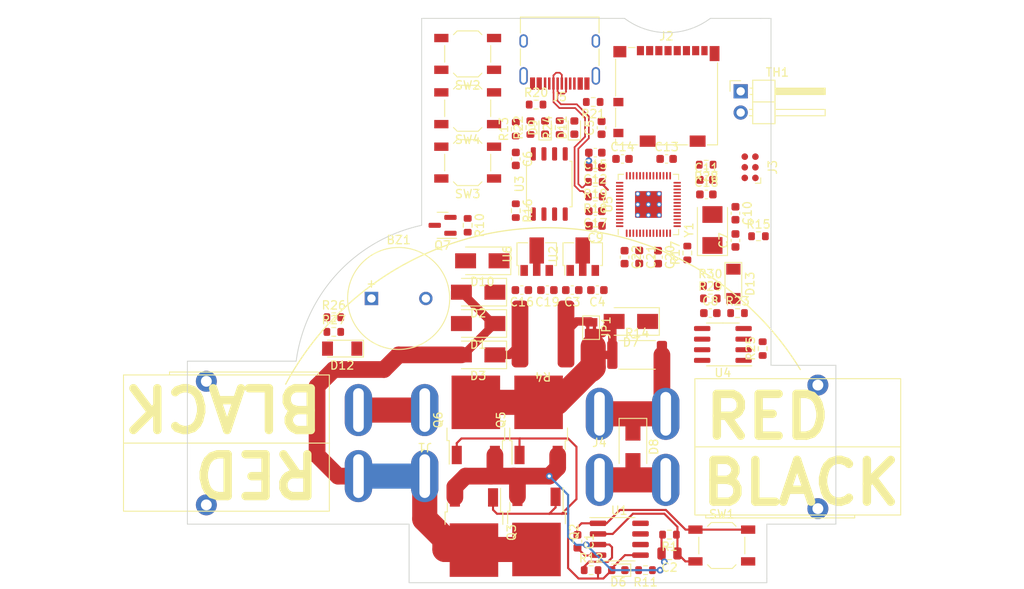
<source format=kicad_pcb>
(kicad_pcb (version 20220131) (generator pcbnew)
  (layers (0 "F.Cu" signal) (31 "B.Cu" signal) (34 "B.Paste" user) (35 "F.Paste" user) (36 "B.SilkS" user "B.Silkscreen") (37 "F.SilkS" user "F.Silkscreen") (38 "B.Mask" user) (39 "F.Mask" user) (44 "Edge.Cuts" user))
  (net 0 "")
  (net 1 "Net-(BZ1-+)")
  (net 2 "/GATE_CTRL")
  (net 3 "Net-(J2-VDD)")
  (net 4 "Net-(C7-Pad1)")
  (net 5 "+1V1")
  (net 6 "Net-(U5-XOUT)")
  (net 7 "/Motorcycle+")
  (net 8 "Net-(D6-K)")
  (net 9 "Net-(D6-A)")
  (net 10 "Net-(D3-K)")
  (net 11 "Net-(JP1-A)")
  (net 12 "GND")
  (net 13 "+3V3")
  (net 14 "+12V")
  (net 15 "Net-(D9-K)")
  (net 16 "Net-(D9-A)")
  (net 17 "Net-(D10-A)")
  (net 18 "Net-(D11-K)")
  (net 19 "Net-(D11-A)")
  (net 20 "/MotorcycleVoltage3v3")
  (net 21 "/BatteryVoltage3v3")
  (net 22 "/DAT2")
  (net 23 "/DAT3")
  (net 24 "/SD_CMD")
  (net 25 "/SD_CLK")
  (net 26 "/DAT0")
  (net 27 "/DAT1")
  (net 30 "Net-(J3-Pin_2)")
  (net 31 "/RST")
  (net 32 "Net-(J3-Pin_4)")
  (net 34 "/Battery+")
  (net 35 "Net-(J5-CC1)")
  (net 36 "/USB_D+")
  (net 37 "/USB_D-")
  (net 39 "Net-(J5-CC2)")
  (net 41 "/BUZZER_CTRL")
  (net 42 "/~{USB_BOOT}")
  (net 43 "Net-(U3-~{CS})")
  (net 44 "Net-(U5-XIN)")
  (net 45 "Net-(U5-USB_DP)")
  (net 46 "Net-(U5-USB_DM)")
  (net 47 "/SCL")
  (net 48 "/SDA")
  (net 49 "Net-(U5-GPIO28_ADC2)")
  (net 50 "Net-(U5-GPIO9)")
  (net 51 "Net-(U5-GPIO8)")
  (net 52 "Net-(U3-DO(IO1))")
  (net 53 "Net-(U3-IO2)")
  (net 54 "Net-(U3-DI(IO0))")
  (net 55 "Net-(U3-CLK)")
  (net 56 "Net-(U3-IO3)")
  (net 70 "Net-(U4-IN-)")
  (net 71 "Net-(Q2-S)")
  (footprint "Capacitor_SMD:C_0603_1608Metric" (layer "F.Cu") (at 147.775 122.06)
    (fp_text reference "C11")
    (fp_text value "100nf")
  )
  (footprint "Package_SO:SOIC-8_3.9x4.9mm_P1.27mm" (layer "F.Cu") (at 149.75 141.75 180)
    (fp_text reference "U4")
    (fp_text value "INA219AxD")
  )
  (footprint "Resistor_SMD:R_0603_1608Metric" (layer "F.Cu") (at 140.5 168.75 180)
    (fp_text reference "R11")
    (fp_text value "10K")
  )
  (footprint "Capacitor_SMD:C_0603_1608Metric" (layer "F.Cu") (at 132.3675 165.3 -90)
    (fp_text reference "C1")
    (fp_text value "1uf")
  )
  (footprint "Capacitor_SMD:C_0603_1608Metric" (layer "F.Cu") (at 138 131.31 -90)
    (fp_text reference "C22")
    (fp_text value "100nf")
  )
  (footprint "Resistor_SMD:R_0603_1608Metric" (layer "F.Cu") (at 134.5 124.06 180)
    (fp_text reference "R18")
    (fp_text value "27")
  )
  (footprint "Package_TO_SOT_SMD:SOT-89-3" (layer "F.Cu") (at 133 131.25 90)
    (fp_text reference "U2")
    (fp_text value "HT75xx-1-SOT89")
  )
  (footprint "Package_SO:SOP-8_3.76x4.96mm_P1.27mm" (layer "F.Cu") (at 137.3675 165.05)
    (fp_text reference "U1")
    (fp_text value "MIC5014")
  )
  (footprint "Resistor_SMD:R_0603_1608Metric" (layer "F.Cu") (at 148.25 136.25)
    (fp_text reference "R29")
    (fp_text value "100K")
  )
  (footprint "Resistor_SMD:R_0603_1608Metric" (layer "F.Cu") (at 154 128.81)
    (fp_text reference "R15")
    (fp_text value "10K")
  )
  (footprint "Connector_USB:USB_C_Receptacle_HRO_TYPE-C-31-M-12" (layer "F.Cu") (at 130.25 106.5 180)
    (fp_text reference "J5")
    (fp_text value "USB_C_Receptacle_USB2.0")
  )
  (footprint "Capacitor_SMD:C_0603_1608Metric" (layer "F.Cu") (at 137.75 119.56)
    (fp_text reference "C14")
    (fp_text value "100nf")
  )
  (footprint "Resistor_SMD:R_0603_1608Metric" (layer "F.Cu") (at 145.5 130.81 90)
    (fp_text reference "R17")
    (fp_text value "1K")
  )
  (footprint "Package_TO_SOT_SMD:SOT-89-3" (layer "F.Cu") (at 127.5 131.25 90)
    (fp_text reference "U6")
    (fp_text value "HT75xx-1-SOT89")
  )
  (footprint "Capacitor_SMD:C_0603_1608Metric" (layer "F.Cu") (at 125 119.56 -90)
    (fp_text reference "C6")
    (fp_text value "100nf")
  )
  (footprint "Jumper:SolderJumper-2_P1.3mm_Bridged2Bar_Pad1.0x1.5mm" (layer "F.Cu") (at 134 139.75 -90)
    (fp_text reference "JP1")
    (fp_text value "Jumper_2_Bridged")
  )
  (footprint "Connector_Card:microSD_HC_Molex_104031-0811" (layer "F.Cu") (at 143 112.06)
    (fp_text reference "J2")
    (fp_text value "Micro_SD_Card_Det")
  )
  (footprint "AndersonPowerPole:APP_2x2" (layer "F.Cu") (at 114.1175 153.55 180)
    (fp_text reference "J1")
    (fp_text value "Conn_01x04")
  )
  (footprint "Capacitor_SMD:C_0603_1608Metric" (layer "F.Cu") (at 151.25 126.06 -90)
    (fp_text reference "C10")
    (fp_text value "4.7pF")
  )
  (footprint "Package_TO_SOT_SMD:TO-252-2" (layer "F.Cu") (at 120.225 150.775 90)
    (fp_text reference "Q6")
    (fp_text value "Q_NMOS_GDS")
  )
  (footprint "Resistor_SMD:R_0603_1608Metric" (layer "F.Cu") (at 119.25 127.5 -90)
    (fp_text reference "R10")
    (fp_text value "10K")
  )
  (footprint "Capacitor_SMD:C_0603_1608Metric" (layer "F.Cu") (at 131.75 135.25 180)
    (fp_text reference "C3")
    (fp_text value "10uf")
  )
  (footprint "Buzzer_Beeper:MagneticBuzzer_ProSignal_ABT-410-RC" (layer "F.Cu") (at 107.75 136.25)
    (fp_text reference "BZ1")
    (fp_text value "Buzzer")
  )
  (footprint "Capacitor_SMD:C_0805_2012Metric" (layer "F.Cu") (at 143.3675 166.75 180)
    (fp_text reference "C2")
    (fp_text value "22uF")
  )
  (footprint "Diode_SMD:D_SMA" (layer "F.Cu") (at 120.5 139.25 180)
    (fp_text reference "D1")
    (fp_text value "D")
  )
  (footprint "Diode_SMD:D_MiniMELF" (layer "F.Cu") (at 151 134.5 -90)
    (fp_text reference "D13")
    (fp_text value "D_Zener")
  )
  (footprint "Resistor_SMD:R_0603_1608Metric" (layer "F.Cu") (at 126.75 115.81 90)
    (fp_text reference "R22")
    (fp_text value "1K")
  )
  (footprint "Resistor_SMD:R_0603_1608Metric" (layer "F.Cu") (at 151.5 138)
    (fp_text reference "R23")
    (fp_text value "5k1")
  )
  (footprint "Diode_SMD:D_MiniMELF" (layer "F.Cu") (at 104.25 142.25 180)
    (fp_text reference "D12")
    (fp_text value "D_Zener")
  )
  (footprint "Capacitor_SMD:C_0603_1608Metric" (layer "F.Cu") (at 139.75 131.285 -90)
    (fp_text reference "C21")
    (fp_text value "100nf")
  )
  (footprint "Capacitor_SMD:C_0603_1608Metric" (layer "F.Cu") (at 134.5 120.56 180)
    (fp_text reference "C12")
    (fp_text value "1uf")
  )
  (footprint "Capacitor_SMD:C_0603_1608Metric" (layer "F.Cu") (at 134.5 118.81 180)
    (fp_text reference "C15")
    (fp_text value "1uf")
  )
  (footprint "Capacitor_SMD:C_0603_1608Metric" (layer "F.Cu") (at 125.725 135.25 180)
    (fp_text reference "C16")
    (fp_text value "10uf")
  )
  (footprint "Capacitor_SMD:C_0603_1608Metric" (layer "F.Cu") (at 143.025 119.56)
    (fp_text reference "C13")
    (fp_text value "100nf")
  )
  (footprint "Connector_PinHeader_2.54mm:PinHeader_1x02_P2.54mm_Horizontal" (layer "F.Cu") (at 151.875 111.475)
    (fp_text reference "TH1")
    (fp_text value "Thermistor_NTC")
  )
  (footprint "Package_TO_SOT_SMD:SOT-23" (layer "F.Cu") (at 116.25 127.5 180)
    (fp_text reference "Q7")
    (fp_text value "2N7002")
  )
  (footprint "Diode_SMD:D_SMA" (layer "F.Cu") (at 139 154 -90)
    (fp_text reference "D8")
    (fp_text value "D")
  )
  (footprint "Capacitor_SMD:C_0603_1608Metric" (layer "F.Cu") (at 135.25 115.835 90)
    (fp_text reference "C5")
    (fp_text value "1uf")
  )
  (footprint "AndersonPowerPole:APP_2x2" (layer "F.Cu") (at 135 154)
    (fp_text reference "J4")
    (fp_text value "Conn_01x04")
  )
  (footprint "Resistor_SMD:R_0603_1608Metric" (layer "F.Cu") (at 125 116 90)
    (fp_text reference "R13")
    (fp_text value "1K")
  )
  (footprint "Crystal:Crystal_SMD_5032-2Pin_5.0x3.2mm" (layer "F.Cu") (at 148.5 128.06 90)
    (fp_text reference "Y1")
    (fp_text value "12M")
  )
  (footprint "Package_TO_SOT_SMD:TO-252-2" (layer "F.Cu") (at 120 164.25 -90)
    (fp_text reference "Q3")
    (fp_text value "Q_NMOS_GDS")
  )
  (footprint "Button_Switch_SMD:SW_SPST_TL3342" (layer "F.Cu") (at 119.25 113.5 180)
    (fp_text reference "SW4")
    (fp_text value "SW_Push")
  )
  (footprint "Button_Switch_SMD:SW_SPST_TL3342" (layer "F.Cu") (at 119.25 120 180)
    (fp_text reference "SW3")
    (fp_text value "SW_Push")
  )
  (footprint "Resistor_SMD:R_0603_1608Metric" (layer "F.Cu") (at 134 168.75)
    (fp_text reference "R12")
    (fp_text value "DNP")
  )
  (footprint "Diode_SMD:D_SMA" (layer "F.Cu") (at 121 131.75 180)
    (fp_text reference "D10")
    (fp_text value "D")
  )
  (footprint "LED_SMD:LED_0603_1608Metric" (layer "F.Cu") (at 128.5 115.81 90)
    (fp_text reference "D9")
    (fp_text value "LED")
  )
  (footprint "Capacitor_SMD:C_0603_1608Metric" (layer "F.Cu") (at 134.75 135.25 180)
    (fp_text reference "C4")
    (fp_text value "10uf")
  )
  (footprint "Diode_SMD:D_SMA" (layer "F.Cu") (at 120.5 143 180)
    (fp_text reference "D3")
    (fp_text value "D")
  )
  (footprint "Resistor_SMD:R_0603_1608Metric" (layer "F.Cu") (at 103.25 140.25)
    (fp_text reference "R27")
    (fp_text value "10K")
  )
  (footprint "Resistor_SMD:R_0603_1608Metric" (layer "F.Cu") (at 127.425 113.06)
    (fp_text reference "R20")
    (fp_text value "5k1")
  )
  (footprint "Capacitor_SMD:C_0603_1608Metric" (layer "F.Cu") (at 148.25 138)
    (fp_text reference "C8")
    (fp_text value "1uf")
  )
  (footprint "MCU_RaspberryPi_and_Boards:RP2040-QFN-56" (layer "F.Cu") (at 140.85 125.01 90)
    (fp_text reference "U5")
    (fp_text value "RP2040")
  )
  (footprint "Package_TO_SOT_SMD:TO-252-2" (layer "F.Cu") (at 127.475 164.175 -90)
    (fp_text reference "Q2")
    (fp_text value "Q_NMOS_GDS")
  )
  (footprint "Button_Switch_SMD:SW_SPST_TL3342" (layer "F.Cu") (at 149.6175 165.8)
    (fp_text reference "SW1")
    (fp_text value "SW_Push")
  )
  (footprint "Capacitor_SMD:C_0603_1608Metric" (layer "F.Cu") (at 142 131.31 -90)
    (fp_text reference "C20")
    (fp_text value "100nf")
  )
  (footprint "Package_TO_SOT_SMD:TO-252-2" (layer "F.Cu") (at 127.725 150.775 90)
    (fp_text reference "Q5")
    (fp_text value "Q_NMOS_GDS")
  )
  (footprint "Capacitor_SMD:C_0603_1608Metric" (layer "F.Cu") (at 128.775 135.25 180)
    (fp_text reference "C19")
    (fp_text value "10uf")
  )
  (footprint "Resistor_SMD:R_0603_1608Metric" (layer "F.Cu") (at 143.3675 164.5 180)
    (fp_text reference "R1")
    (fp_text value "2.2M")
  )
  (footprint "Resistor_SMD:R_2512_6332Metric" (layer "F.Cu") (at 139.5 143)
    (fp_text reference "R14")
    (fp_text value "0.001")
  )
  (footprint "LED_SMD:LED_0603_1608Metric" (layer "F.Cu") (at 132 115.81 90)
    (fp_text reference "D11")
    (fp_text value "LED")
  )
  (footprint "Resistor_SMD:R_0603_1608Metric" (layer "F.Cu") (at 134.25 112.75 180)
    (fp_text reference "R21")
    (fp_text value "5k1")
  )
  (footprint "Resistor_SMD:R_0603_1608Metric" (layer "F.Cu") (at 103.25 138.5)
    (fp_text reference "R26")
    (fp_text value "100K")
  )
  (footprint "Capacitor_SMD:C_0603_1608Metric" (layer "F.Cu") (at 134.5 125.81 180)
    (fp_text reference "C17")
    (fp_text value "100nf")
  )
  (footprint "Diode_SMD:D_SMA" (layer "F.Cu") (at 138.75 139 180)
    (fp_text reference "D7")
    (fp_text value "D")
  )
  (footprint "Capacitor_SMD:C_0603_1608Metric" (layer "F.Cu") (at 134.525 127.56 180)
    (fp_text reference "C9")
    (fp_text value "100nf")
  )
  (footprint "Capacitor_SMD:C_0603_1608Metric" (layer "F.Cu") (at 147.775 123.81)
    (fp_text reference "C18")
    (fp_text value "100nf")
  )
  (footprint "Resistor_SMD:R_0603_1608Metric" (layer "F.Cu") (at 147.75 120.25 180)
    (fp_text reference "R28")
    (fp_text value "10K")
  )
  (footprint "Diode_SMD:D_SMA" (layer "F.Cu") (at 120.5 135.5 180)
    (fp_text reference "D2")
    (fp_text value "D")
  )
  (footprint "Capacitor_SMD:C_0603_1608Metric" (layer "F.Cu") (at 151.25 129.31 90)
    (fp_text reference "C7")
    (fp_text value "4.7pF")
  )
  (footprint "Resistor_SMD:R_0603_1608Metric" (layer "F.Cu") (at 154.5 142.25 90)
    (fp_text reference "R25")
    (fp_text value "5k1")
  )
  (footprint "Resistor_SMD:R_0603_1608Metric" (layer "F.Cu") (at 130.25 115.81 90)
    (fp_text reference "R24")
    (fp_text value "1K")
  )
  (footprint "Connector:Tag-Connect_TC2030-IDC-NL_2x03_P1.27mm_Vertical" (layer "F.Cu") (at 153 120.56 90)
    (fp_text reference "J3")
    (fp_text value "Conn_01x06_Female")
  )
  (footprint "Resistor_SMD:R_0603_1608Metric" (layer "F.Cu") (at 134.5 122.31 180)
    (fp_text reference "R19")
    (fp_text value "27")
  )
  (footprint "Button_Switch_SMD:SW_SPST_TL3342" (layer "F.Cu") (at 119.25 107 180)
    (fp_text reference "SW2")
    (fp_text value "SW_Push")
  )
  (footprint "R2030:R2030" (layer "F.Cu") (at 128.25 140.5 180)
    (fp_text reference "R4")
    (fp_text value "39")
  )
  (footprint "Resistor_SMD:R_0603_1608Metric" (layer "F.Cu") (at 148.25 134.75)
    (fp_text reference "R30")
    (fp_text value "10K")
  )
  (footprint "LED_SMD:LED_0603_1608Metric" (layer "F.Cu") (at 137.25 168.75 180)
    (fp_text reference "D6")
    (fp_text value "LED")
  )
  (footprint "Resistor_SMD:R_0603_1608Metric" (layer "F.Cu") (at 125 125.75 -90)
    (fp_text reference "R16")
    (fp_text value "DNP")
  )
  (footprint "Package_SO:SOIC-8_5.23x5.23mm_P1.27mm" (layer "F.Cu") (at 129 122.56 90)
    (fp_text reference "U3")
    (fp_text value "W25Q128JVS")
  )
  (gr_arc (start 97.5 146.5) (mid 127.805999 127.803991) (end 159 144.75) (stroke (width 0.15)) (layer "F.SilkS"))
  (gr_line (start 85.75 143.75) (end 85.75 163.25) (stroke (width 0.1)) (layer "Edge.Cuts"))
  (gr_line (start 163.25 163.25) (end 155 163.25) (stroke (width 0.1)) (layer "Edge.Cuts"))
  (gr_line (start 148.25 102.75) (end 154.25 102.75) (stroke (width 0.1)) (layer "Edge.Cuts"))
  (gr_line (start 85.75 143.75) (end 98.75 143.75) (stroke (width 0.1)) (layer "Edge.Cuts"))
  (gr_line (start 155 163.25) (end 155 169.75) (stroke (width 0.1)) (layer "Edge.Cuts"))
  (gr_line (start 113.75 127.5) (end 113.75 102.75) (stroke (width 0.1)) (layer "Edge.Cuts"))
  (gr_line (start 155 170.25) (end 112.25 170.25) (stroke (width 0.1)) (layer "Edge.Cuts"))
  (gr_line (start 155.5 102.75) (end 155.5 144.25) (stroke (width 0.1)) (layer "Edge.Cuts"))
  (gr_line (start 85.75 163.25) (end 112.25 163.25) (stroke (width 0.1)) (layer "Edge.Cuts"))
  (gr_line (start 113.75 102.75) (end 138 102.75) (stroke (width 0.1)) (layer "Edge.Cuts"))
  (gr_line (start 163.25 144.25) (end 163.25 163.25) (stroke (width 0.1)) (layer "Edge.Cuts"))
  (gr_arc (start 148.25 102.75) (mid 143.125 104.458333) (end 138 102.75) (stroke (width 0.1)) (layer "Edge.Cuts"))
  (gr_arc (start 98.750001 143.75) (mid 103.678505 133.262189) (end 113.75 127.5) (stroke (width 0.1)) (layer "Edge.Cuts"))
  (gr_line (start 154.25 102.75) (end 155.5 102.75) (stroke (width 0.1)) (layer "Edge.Cuts"))
  (gr_line (start 155 169.75) (end 155 170.25) (stroke (width 0.1)) (layer "Edge.Cuts"))
  (gr_line (start 112.25 170.25) (end 112.25 163.25) (stroke (width 0.1)) (layer "Edge.Cuts"))
  (gr_line (start 155.5 144.25) (end 163.25 144.25) (stroke (width 0.1)) (layer "Edge.Cuts"))
  (segment (start 134.83 164.415) (end 136.585 164.415) (width 0.25) (layer "F.Cu") (net 2))
  (segment (start 139 162) (end 142.75 162) (width 0.25) (layer "F.Cu") (net 2))
  (segment (start 144.3175 163.5675) (end 144.3175 166.75) (width 0.25) (layer "F.Cu") (net 2))
  (segment (start 142.75 162) (end 144.3175 163.5675) (width 0.25) (layer "F.Cu") (net 2))
  (segment (start 146.4675 167.7) (end 145.2675 167.7) (width 0.25) (layer "F.Cu") (net 2))
  (segment (start 145.2675 167.7) (end 144.3175 166.75) (width 0.25) (layer "F.Cu") (net 2))
  (segment (start 136.585 164.415) (end 139 162) (width 0.25) (layer "F.Cu") (net 2))
  (segment (start 103.25 144.75) (end 101.25 146.75) (width 2) (layer "F.Cu") (net 7))
  (segment (start 118.75 143) (end 122.5 139.25) (width 1) (layer "F.Cu") (net 7))
  (segment (start 116.525 165.025) (end 116.525 166.275) (width 3) (layer "F.Cu") (net 7))
  (segment (start 116.525 166.275) (end 127.475 166.275) (width 3) (layer "F.Cu") (net 7))
  (segment (start 103.75 157.5) (end 106.1975 157.5) (width 2) (layer "F.Cu") (net 7))
  (segment (start 118.5 135.5) (end 122.25 139.25) (width 1) (layer "F.Cu") (net 7))
  (segment (start 114.1175 162.6175) (end 116.525 165.025) (width 3) (layer "F.Cu") (net 7))
  (segment (start 111 143) (end 109.25 144.75) (width 2) (layer "F.Cu") (net 7))
  (segment (start 101.25 155) (end 103.75 157.5) (width 2) (layer "F.Cu") (net 7))
  (segment (start 122.25 139.25) (end 122.5 139.25) (width 1) (layer "F.Cu") (net 7))
  (segment (start 118.5 143) (end 118.75 143) (width 1) (layer "F.Cu") (net 7))
  (segment (start 109.25 144.75) (end 103.25 144.75) (width 2) (layer "F.Cu") (net 7))
  (segment (start 114.1175 157.5) (end 114.1175 162.6175) (width 3) (layer "F.Cu") (net 7))
  (segment (start 101.25 146.75) (end 101.25 155) (width 2) (layer "F.Cu") (net 7))
  (segment (start 118.5 143) (end 111 143) (width 2) (layer "F.Cu") (net 7))
  (segment (start 106.1975 157.5) (end 114.1175 157.5) (width 3) (layer "B.Cu") (net 7))
  (segment (start 139.675 168.75) (end 138.0375 168.75) (width 0.25) (layer "F.Cu") (net 8))
  (segment (start 129 162) (end 129.755 161.245) (width 0.25) (layer "F.Cu") (net 9))
  (segment (start 131.25 168.5) (end 132.5 169.75) (width 0.25) (layer "F.Cu") (net 9))
  (segment (start 136.4625 168.75) (end 136.4625 168.5375) (width 0.25) (layer "F.Cu") (net 9))
  (segment (start 132.5 169.75) (end 134.75 169.75) (width 0.25) (layer "F.Cu") (net 9))
  (segment (start 131.25 161.25) (end 132.25 160.25) (width 0.25) (layer "F.Cu") (net 9))
  (segment (start 131.25 161.5) (end 131.25 161.25) (width 0.25) (layer "F.Cu") (net 9))
  (segment (start 130.5 162) (end 131.25 162) (width 0.25) (layer "F.Cu") (net 9))
  (segment (start 117.945 154.975) (end 117.945 153.555) (width 0.25) (layer "F.Cu") (net 9))
  (segment (start 118.5 153) (end 125.5 153) (width 0.25) (layer "F.Cu") (net 9))
  (segment (start 122.28 160.05) (end 122.28 161.53) (width 0.25) (layer "F.Cu") (net 9))
  (segment (start 134.825 168.75) (end 134.825 169.675) (width 0.25) (layer "F.Cu") (net 9))
  (segment (start 129 162) (end 130.5 162) (width 0.25) (layer "F.Cu") (net 9))
  (segment (start 117.945 153.555) (end 118.5 153) (width 0.25) (layer "F.Cu") (net 9))
  (segment (start 130.5 162) (end 131.125 161.375) (width 0.25) (layer "F.Cu") (net 9))
  (segment (start 129.755 161.245) (end 129.755 159.975) (width 0.25) (layer "F.Cu") (net 9))
  (segment (start 134.825 169.675) (end 134.75 169.75) (width 0.25) (layer "F.Cu") (net 9))
  (segment (start 131.25 153) (end 132.25 154) (width 0.25) (layer "F.Cu") (net 9))
  (segment (start 134.75 169.75) (end 135.4625 169.75) (width 0.25) (layer "F.Cu") (net 9))
  (segment (start 125.5 153) (end 131.25 153) (width 0.25) (layer "F.Cu") (net 9))
  (segment (start 138.045 166.955) (end 139.905 166.955) (width 0.25) (layer "F.Cu") (net 9))
  (segment (start 131.125 161.375) (end 131.25 161.25) (width 0.25) (layer "F.Cu") (net 9))
  (segment (start 131.25 162) (end 131.25 168.5) (width 0.25) (layer "F.Cu") (net 9))
  (segment (start 125.445 154.975) (end 125.445 153.055) (width 0.25) (layer "F.Cu") (net 9))
  (segment (start 135.4625 169.75) (end 136.4625 168.75) (width 0.25) (layer "F.Cu") (net 9))
  (segment (start 125.445 153.055) (end 125.5 153) (width 0.25) (layer "F.Cu") (net 9))
  (segment (start 122.75 162) (end 129 162) (width 0.25) (layer "F.Cu") (net 9))
  (segment (start 131.25 161.5) (end 131.25 162) (width 0.25) (layer "F.Cu") (net 9))
  (segment (start 132.25 154) (end 132.25 160.25) (width 0.25) (layer "F.Cu") (net 9))
  (segment (start 136.4625 168.5375) (end 138.045 166.955) (width 0.25) (layer "F.Cu") (net 9))
  (segment (start 131.125 161.375) (end 131.25 161.5) (width 0.25) (layer "F.Cu") (net 9))
  (segment (start 122.28 161.53) (end 122.75 162) (width 0.25) (layer "F.Cu") (net 9))
  (segment (start 125.5 140.5) (end 125.5 141.75) (width 1) (layer "F.Cu") (net 10))
  (segment (start 124.25 143) (end 122.5 143) (width 1) (layer "F.Cu") (net 10))
  (segment (start 125.5 141.75) (end 124.25 143) (width 1) (layer "F.Cu") (net 10))
  (segment (start 133.9 139) (end 134 139.1) (width 1) (layer "F.Cu") (net 11))
  (segment (start 131 140.25) (end 132.25 139) (width 1) (layer "F.Cu") (net 11))
  (segment (start 132.25 139) (end 133.9 139) (width 1) (layer "F.Cu") (net 11))
  (segment (start 131 140.5) (end 131 140.25) (width 1) (layer "F.Cu") (net 11))
  (segment (start 135 157.95) (end 142.92 157.95) (width 3) (layer "F.Cu") (net 12))
  (segment (start 132.3675 166.1175) (end 133.25 167) (width 0.25) (layer "F.Cu") (net 12))
  (segment (start 142.4175 166.75) (end 142.4175 167.4175) (width 0.25) (layer "F.Cu") (net 12))
  (segment (start 134.785 167) (end 134.83 166.955) (width 0.25) (layer "F.Cu") (net 12))
  (segment (start 142.4175 164.625) (end 142.5425 164.5) (width 0.25) (layer "F.Cu") (net 12))
  (segment (start 132.3675 166.075) (end 132.3675 166.1175) (width 0.25) (layer "F.Cu") (net 12))
  (segment (start 106.1975 149.6) (end 114.1175 149.6) (width 3) (layer "F.Cu") (net 12))
  (segment (start 142.4175 167.4175) (end 142.75 167.75) (width 0.25) (layer "F.Cu") (net 12))
  (segment (start 133.25 167) (end 134.785 167) (width 0.25) (layer "F.Cu") (net 12))
  (segment (start 142.4175 166.75) (end 142.4175 164.625) (width 0.25) (layer "F.Cu") (net 12))
  (segment (start 133.725 120.56) (end 133.725 118.81) (width 0.25) (layer "F.Cu") (net 12))
  (via (at 133.725 119.775) (size 0.8) (drill 0.4) (layers "F.Cu" "B.Cu") (net 12))
  (via (at 142.75 167.75) (size 0.8) (drill 0.4) (layers "F.Cu" "B.Cu") (net 12))
  (segment (start 142.936198 161.55048) (end 137.44952 161.55048) (width 0.25) (layer "F.Cu") (net 14))
  (segment (start 145.285718 163.9) (end 142.936198 161.55048) (width 0.25) (layer "F.Cu") (net 14))
  (segment (start 152.7675 163.9) (end 145.285718 163.9) (width 0.25) (layer "F.Cu") (net 14))
  (segment (start 132.3675 163.6325) (end 132.855 163.145) (width 0.25) (layer "F.Cu") (net 14))
  (segment (start 137.44952 161.55048) (end 135.855 163.145) (width 0.25) (layer "F.Cu") (net 14))
  (segment (start 132.855 163.145) (end 134.83 163.145) (width 0.25) (layer "F.Cu") (net 14))
  (segment (start 132.3675 164.525) (end 132.3675 163.6325) (width 0.25) (layer "F.Cu") (net 14))
  (segment (start 135.855 163.145) (end 134.83 163.145) (width 0.25) (layer "F.Cu") (net 14))
  (segment (start 135 150.05) (end 142.92 150.05) (width 3) (layer "F.Cu") (net 34))
  (segment (start 142.4625 149.5925) (end 142.92 150.05) (width 2) (layer "F.Cu") (net 34))
  (segment (start 142.4625 143) (end 142.4625 149.5925) (width 2) (layer "F.Cu") (net 34))
  (segment (start 129.513496 112.774579) (end 129.513496 111.650866) (width 0.2) (layer "F.Cu") (net 36))
  (segment (start 129.820978 109.25) (end 129.5 109.570978) (width 0.2) (layer "F.Cu") (net 36))
  (segment (start 129.5 110.545) (end 129.5 111.63737) (width 0.2) (layer "F.Cu") (net 36))
  (segment (start 132.099683 113.475) (end 130.213917 113.475) (width 0.2) (layer "F.Cu") (net 36))
  (segment (start 133.025 123.41) (end 132.682553 123.41) (width 0.2) (layer "F.Cu") (net 36))
  (segment (start 132.682553 123.41) (end 132.025 122.752447) (width 0.2) (layer "F.Cu") (net 36))
  (segment (start 133.675 124.06) (end 133.025 123.41) (width 0.2) (layer "F.Cu") (net 36))
  (segment (start 133.275 114.650317) (end 132.099683 113.475) (width 0.2) (layer "F.Cu") (net 36))
  (segment (start 130.5 109.5) (end 130.25 109.25) (width 0.2) (layer "F.Cu") (net 36))
  (segment (start 129.5 111.63737) (end 129.513496 111.650866) (width 0.2) (layer "F.Cu") (net 36))
  (segment (start 132.025 118.1568) (end 133.275 116.9068) (width 0.2) (layer "F.Cu") (net 36))
  (segment (start 133.275 116.9068) (end 133.275 114.650317) (width 0.2) (layer "F.Cu") (net 36))
  (segment (start 130.25 109.25) (end 129.820978 109.25) (width 0.2) (layer "F.Cu") (net 36))
  (segment (start 130.213917 113.475) (end 129.513496 112.774579) (width 0.2) (layer "F.Cu") (net 36))
  (segment (start 132.025 122.752447) (end 132.025 118.1568) (width 0.2) (layer "F.Cu") (net 36))
  (segment (start 130.5 110.545) (end 130.5 109.5) (width 0.2) (layer "F.Cu") (net 36))
  (segment (start 129.5 109.570978) (end 129.5 110.545) (width 0.2) (layer "F.Cu") (net 36))
  (segment (start 130.769022 111.75) (end 131 111.519022) (width 0.2) (layer "F.Cu") (net 37))
  (segment (start 130 111.5) (end 130.25 111.75) (width 0.2) (layer "F.Cu") (net 37))
  (segment (start 133.725 114.463917) (end 132.286083 113.025) (width 0.2) (layer "F.Cu") (net 37))
  (segment (start 130 111.25) (end 130 111.926992) (width 0.2) (layer "F.Cu") (net 37))
  (segment (start 130.400317 113.025) (end 129.963496 112.588179) (width 0.2) (layer "F.Cu") (net 37))
  (segment (start 131 111.519022) (end 131 110.545) (width 0.2) (layer "F.Cu") (net 37))
  (segment (start 130 111.926992) (end 129.963496 111.963496) (width 0.2) (layer "F.Cu") (net 37))
  (segment (start 133.725 117.0932) (end 133.725 114.463917) (width 0.2) (layer "F.Cu") (net 37))
  (segment (start 130 111.25) (end 130 111.5) (width 0.2) (layer "F.Cu") (net 37))
  (segment (start 132.868953 122.96) (end 132.475 122.566047) (width 0.2) (layer "F.Cu") (net 37))
  (segment (start 133.025 122.96) (end 132.868953 122.96) (width 0.2) (layer "F.Cu") (net 37))
  (segment (start 129.963496 112.588179) (end 129.963496 111.963496) (width 0.2) (layer "F.Cu") (net 37))
  (segment (start 133.675 122.31) (end 133.025 122.96) (width 0.2) (layer "F.Cu") (net 37))
  (segment (start 130.25 111.75) (end 130.769022 111.75) (width 0.2) (layer "F.Cu") (net 37))
  (segment (start 132.475 118.3432) (end 133.725 117.0932) (width 0.2) (layer "F.Cu") (net 37))
  (segment (start 132.286083 113.025) (end 130.400317 113.025) (width 0.2) (layer "F.Cu") (net 37))
  (segment (start 130 110.545) (end 130 111.25) (width 0.2) (layer "F.Cu") (net 37))
  (segment (start 129.963496 111.963496) (end 129.963496 111.650866) (width 0.2) (layer "F.Cu") (net 37))
  (segment (start 132.475 122.566047) (end 132.475 118.3432) (width 0.2) (layer "F.Cu") (net 37))
  (segment (start 135.325 122.575) (end 136 123.25) (width 0.25) (layer "F.Cu") (net 46))
  (segment (start 135.325 122.31) (end 135.325 122.575) (width 0.25) (layer "F.Cu") (net 46))
  (segment (start 134 141.75) (end 134.25 142) (width 1) (layer "F.Cu") (net 70))
  (segment (start 129.935591 148.675) (end 133.860591 144.75) (width 3) (layer "F.Cu") (net 70))
  (segment (start 127.725 148.675) (end 129.935591 148.675) (width 3) (layer "F.Cu") (net 70))
  (segment (start 134 144.75) (end 134.25 144.5) (width 3) (layer "F.Cu") (net 70))
  (segment (start 135.35 140.4) (end 136.75 139) (width 1) (layer "F.Cu") (net 70))
  (segment (start 136.5375 143) (end 135.25 143) (width 1) (layer "F.Cu") (net 70))
  (segment (start 120.225 148.675) (end 127.725 148.675) (width 3) (layer "F.Cu") (net 70))
  (segment (start 136.5375 139.2125) (end 136.75 139) (width 1) (layer "F.Cu") (net 70))
  (segment (start 134 140.4) (end 134 141.75) (width 1) (layer "F.Cu") (net 70))
  (segment (start 134 140.4) (end 135.35 140.4) (width 1) (layer "F.Cu") (net 70))
  (segment (start 133.860591 144.75) (end 134 144.75) (width 3) (layer "F.Cu") (net 70))
  (segment (start 134.25 144.5) (end 134.25 142) (width 3) (layer "F.Cu") (net 70))
  (segment (start 136.5375 143) (end 136.5375 139.2125) (width 1) (layer "F.Cu") (net 70))
  (segment (start 135.25 143) (end 134.25 142) (width 1) (layer "F.Cu") (net 70))
  (segment (start 133.175 168.75) (end 133.175 168.325) (width 0.25) (layer "F.Cu") (net 71))
  (segment (start 129 157.5) (end 130.005 156.495) (width 2) (layer "F.Cu") (net 71))
  (segment (start 117.72 160.05) (end 117.72 158.78) (width 2) (layer "F.Cu") (net 71))
  (segment (start 117.72 158.78) (end 119 157.5) (width 2) (layer "F.Cu") (net 71))
  (segment (start 122.505 154.975) (end 122.505 156.995) (width 2) (layer "F.Cu") (net 71))
  (segment (start 134.793756 165.721244) (end 134.83 165.685) (width 0.25) (layer "F.Cu") (net 71))
  (segment (start 119 157.5) (end 122 157.5) (width 2) (layer "F.Cu") (net 71))
  (segment (start 136.185 165.685) (end 134.83 165.685) (width 0.25) (layer "F.Cu") (net 71))
  (segment (start 133.175 168.325) (end 133.75 167.75) (width 0.25) (layer "F.Cu") (net 71))
  (segment (start 136 167.75) (end 136.5 167.25) (width 0.25) (layer "F.Cu") (net 71))
  (segment (start 136.5 167.25) (end 136.5 166) (width 0.25) (layer "F.Cu") (net 71))
  (segment (start 136.5 166) (end 136.185 165.685) (width 0.25) (layer "F.Cu") (net 71))
  (segment (start 124.75 157.5) (end 129 157.5) (width 2) (layer "F.Cu") (net 71))
  (segment (start 133.75 167.75) (end 136 167.75) (width 0.25) (layer "F.Cu") (net 71))
  (segment (start 141.325 168.75) (end 142.25 168.75) (width 0.25) (layer "F.Cu") (net 71))
  (segment (start 125.195 157.945) (end 124.75 157.5) (width 2) (layer "F.Cu") (net 71))
  (segment (start 133.431885 165.721244) (end 134.793756 165.721244) (width 0.25) (layer "F.Cu") (net 71))
  (segment (start 125.195 159.975) (end 125.195 157.945) (width 2) (layer "F.Cu") (net 71))
  (segment (start 130.005 156.495) (end 130.005 154.975) (width 2) (layer "F.Cu") (net 71))
  (segment (start 122.505 156.995) (end 122 157.5) (width 2) (layer "F.Cu") (net 71))
  (segment (start 122 157.5) (end 124.75 157.5) (width 2) (layer "F.Cu") (net 71))
  (via (at 133.431885 165.721244) (size 0.8) (drill 0.4) (layers "F.Cu" "B.Cu") (net 71))
  (via (at 129 157.5) (size 0.8) (drill 0.4) (layers "F.Cu" "B.Cu") (net 71))
  (via (at 142.25 168.75) (size 0.8) (drill 0.4) (layers "F.Cu" "B.Cu") (net 71))
  (segment (start 129 157.5) (end 131.25 159.75) (width 0.25) (layer "B.Cu") (net 71))
  (segment (start 136.460641 168.75) (end 133.431885 165.721244) (width 0.25) (layer "B.Cu") (net 71))
  (segment (start 131.25 164.75) (end 132.221244 165.721244) (width 0.25) (layer "B.Cu") (net 71))
  (segment (start 131.25 159.75) (end 131.25 164.75) (width 0.25) (layer "B.Cu") (net 71))
  (segment (start 142.25 168.75) (end 136.460641 168.75) (width 0.25) (layer "B.Cu") (net 71))
  (segment (start 132.221244 165.721244) (end 133.431885 165.721244) (width 0.25) (layer "B.Cu") (net 71))
)
</source>
